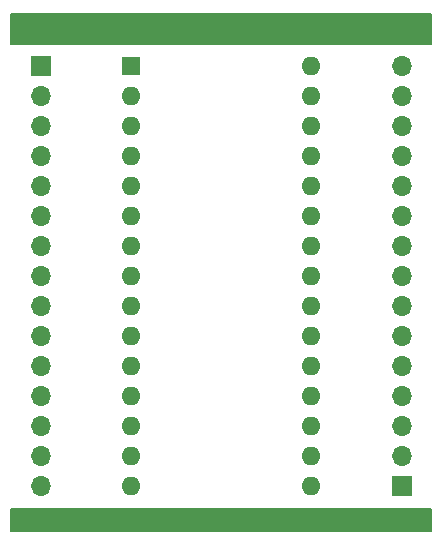
<source format=gbr>
%TF.GenerationSoftware,KiCad,Pcbnew,(6.0.11-0)*%
%TF.CreationDate,2023-01-30T19:10:04-05:00*%
%TF.ProjectId,Nano-Breakout,4e616e6f-2d42-4726-9561-6b6f75742e6b,1.0.0*%
%TF.SameCoordinates,Original*%
%TF.FileFunction,Soldermask,Top*%
%TF.FilePolarity,Negative*%
%FSLAX46Y46*%
G04 Gerber Fmt 4.6, Leading zero omitted, Abs format (unit mm)*
G04 Created by KiCad (PCBNEW (6.0.11-0)) date 2023-01-30 19:10:04*
%MOMM*%
%LPD*%
G01*
G04 APERTURE LIST*
%ADD10C,0.150000*%
%ADD11R,1.700000X1.700000*%
%ADD12O,1.700000X1.700000*%
%ADD13R,1.600000X1.600000*%
%ADD14O,1.600000X1.600000*%
G04 APERTURE END LIST*
D10*
X130810000Y-111760000D02*
X166370000Y-111760000D01*
X166370000Y-111760000D02*
X166370000Y-109855000D01*
X166370000Y-109855000D02*
X130810000Y-109855000D01*
X130810000Y-109855000D02*
X130810000Y-111760000D01*
G36*
X130810000Y-111760000D02*
G01*
X166370000Y-111760000D01*
X166370000Y-109855000D01*
X130810000Y-109855000D01*
X130810000Y-111760000D01*
G37*
X166370000Y-70485000D02*
X130810000Y-70485000D01*
X130810000Y-70485000D02*
X130810000Y-67945000D01*
X130810000Y-67945000D02*
X166370000Y-67945000D01*
X166370000Y-67945000D02*
X166370000Y-70485000D01*
G36*
X166370000Y-70485000D02*
G01*
X130810000Y-70485000D01*
X130810000Y-67945000D01*
X166370000Y-67945000D01*
X166370000Y-70485000D01*
G37*
D11*
%TO.C,J102*%
X163890000Y-107950000D03*
D12*
X163890000Y-105410000D03*
X163890000Y-102870000D03*
X163890000Y-100330000D03*
X163890000Y-97790000D03*
X163890000Y-95250000D03*
X163890000Y-92710000D03*
X163890000Y-90170000D03*
X163890000Y-87630000D03*
X163890000Y-85090000D03*
X163890000Y-82550000D03*
X163890000Y-80010000D03*
X163890000Y-77470000D03*
X163890000Y-74930000D03*
X163890000Y-72390000D03*
%TD*%
D13*
%TO.C,A101*%
X140970000Y-72390000D03*
D14*
X140970000Y-74930000D03*
X140970000Y-77470000D03*
X140970000Y-80010000D03*
X140970000Y-82550000D03*
X140970000Y-85090000D03*
X140970000Y-87630000D03*
X140970000Y-90170000D03*
X140970000Y-92710000D03*
X140970000Y-95250000D03*
X140970000Y-97790000D03*
X140970000Y-100330000D03*
X140970000Y-102870000D03*
X140970000Y-105410000D03*
X140970000Y-107950000D03*
X156210000Y-107950000D03*
X156210000Y-105410000D03*
X156210000Y-102870000D03*
X156210000Y-100330000D03*
X156210000Y-97790000D03*
X156210000Y-95250000D03*
X156210000Y-92710000D03*
X156210000Y-90170000D03*
X156210000Y-87630000D03*
X156210000Y-85090000D03*
X156210000Y-82550000D03*
X156210000Y-80010000D03*
X156210000Y-77470000D03*
X156210000Y-74930000D03*
X156210000Y-72390000D03*
%TD*%
D11*
%TO.C,J101*%
X133350000Y-72390000D03*
D12*
X133350000Y-74930000D03*
X133350000Y-77470000D03*
X133350000Y-80010000D03*
X133350000Y-82550000D03*
X133350000Y-85090000D03*
X133350000Y-87630000D03*
X133350000Y-90170000D03*
X133350000Y-92710000D03*
X133350000Y-95250000D03*
X133350000Y-97790000D03*
X133350000Y-100330000D03*
X133350000Y-102870000D03*
X133350000Y-105410000D03*
X133350000Y-107950000D03*
%TD*%
M02*

</source>
